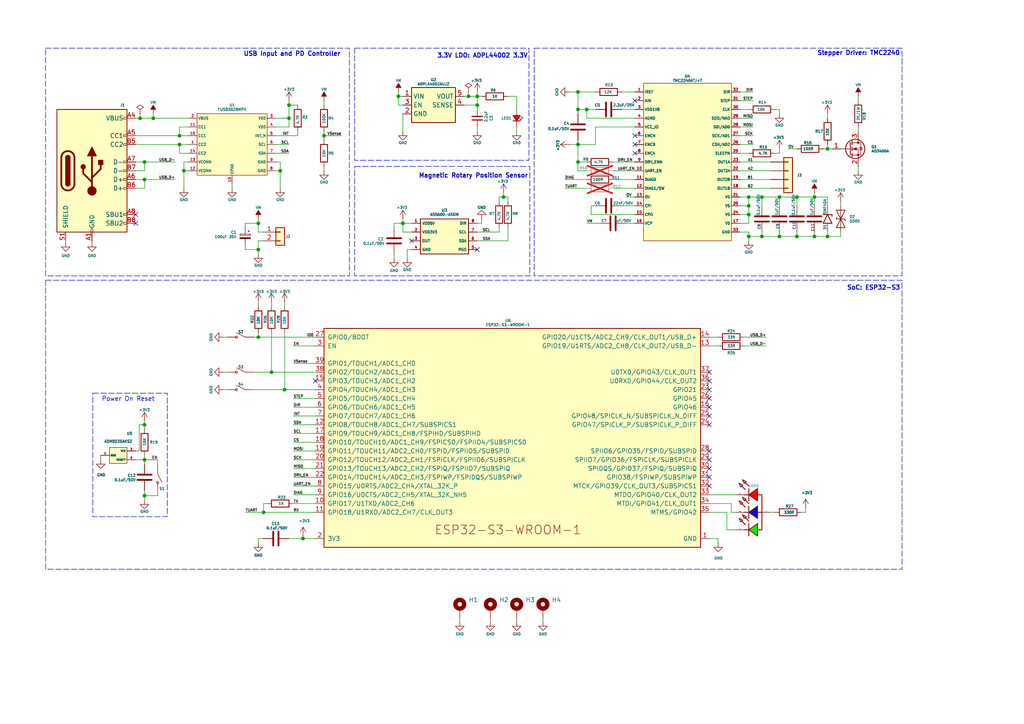
<source format=kicad_sch>
(kicad_sch (version 20250114) (generator "eeschema") (generator_version "9.0")
  (paper "A4")
  (rectangle (start 13.208 13.97) (end 101.346 80.01) (stroke (width 0) (type dash)))
  (rectangle (start 154.94 13.97) (end 261.62 80.01) (stroke (width 0) (type dash)))
  (rectangle (start 102.87 13.97) (end 153.416 46.482) (stroke (width 0) (type dash)))
  (rectangle (start 26.924 114.046) (end 48.514 149.86) (stroke (width 0) (type dash)))
  (rectangle (start 102.87 48.26) (end 153.67 80.01) (stroke (width 0) (type dash)))
  (rectangle (start 13.208 81.28) (end 261.62 165.1) (stroke (width 0) (type dash)))
  (text "3.3V LDO: ADPL44002 3.3V" (at 126.746 17.018 0) (effects (font (size 1.27 1.27) (thickness 0.254) (bold yes)) (justify left bottom)))
  (text "Power On Reset" (at 29.464 116.586 0) (effects (font (size 1.27 1.27)) (justify left bottom)))
  (text "Stepper Driver: TMC2240" (at 236.982 16.256 0) (effects (font (size 1.27 1.27) (thickness 0.254) (bold yes)) (justify left bottom)))
  (text "Magnetic Rotary Position Sensor" (at 121.412 51.816 0) (effects (font (size 1.27 1.27) (thickness 0.254) (bold yes)) (justify left bottom)))
  (text "SoC: ESP32-S3" (at 245.618 84.328 0) (effects (font (size 1.27 1.27) (thickness 0.254) (bold yes)) (justify left bottom)))
  (text "USB Input and PD Controller" (at 70.612 16.51 0) (effects (font (size 1.27 1.27) (thickness 0.254) (bold yes)) (justify left bottom)))
  (junction (at 167.64 26.67))
  (junction (at 217.17 59.69))
  (junction (at 74.93 64.77))
  (junction (at 220.98 68.58))
  (junction (at 167.64 31.75))
  (junction (at 226.06 68.58))
  (junction (at 74.93 97.79))
  (junction (at 76.454 148.59))
  (junction (at 83.82 34.29))
  (junction (at 53.34 49.53))
  (junction (at 87.884 156.21))
  (junction (at 52.07 39.37))
  (junction (at 81.28 49.53))
  (junction (at 217.17 68.58))
  (junction (at 146.05 57.15))
  (junction (at 236.22 68.58))
  (junction (at 41.91 46.99))
  (junction (at 138.43 30.48))
  (junction (at 41.91 52.07))
  (junction (at 52.07 41.91))
  (junction (at 41.91 133.35))
  (junction (at 41.91 143.764))
  (junction (at 167.64 46.99))
  (junction (at 220.98 57.15))
  (junction (at 93.98 39.37))
  (junction (at 226.06 57.15))
  (junction (at 217.17 62.23))
  (junction (at 231.14 57.15))
  (junction (at 167.64 41.91))
  (junction (at 231.14 68.58))
  (junction (at 217.17 57.15))
  (junction (at 170.18 31.75))
  (junction (at 115.57 27.94))
  (junction (at 116.84 64.77))
  (junction (at 82.55 113.03))
  (junction (at 240.03 68.58))
  (junction (at 41.91 123.19))
  (junction (at 240.03 43.18))
  (junction (at 138.43 27.94))
  (junction (at 74.93 72.39))
  (junction (at 78.74 107.95))
  (junction (at 44.45 34.29))
  (junction (at 236.22 57.15))
  (junction (at 135.89 27.94))
  (junction (at 83.82 30.48))
  (junction (at 40.64 34.29))
  (no_connect (at 205.74 107.95))
  (no_connect (at 39.37 64.77))
  (no_connect (at 205.74 135.89))
  (no_connect (at 205.74 123.19))
  (no_connect (at 205.74 113.03))
  (no_connect (at 205.74 130.81))
  (no_connect (at 91.44 110.49))
  (no_connect (at 205.74 140.97))
  (no_connect (at 184.15 39.37))
  (no_connect (at 184.15 29.21))
  (no_connect (at 205.74 115.57))
  (no_connect (at 184.15 44.45))
  (no_connect (at 184.15 41.91))
  (no_connect (at 205.74 138.43))
  (no_connect (at 205.74 133.35))
  (no_connect (at 205.74 118.11))
  (no_connect (at 138.43 72.39))
  (no_connect (at 119.38 69.85))
  (no_connect (at 205.74 120.65))
  (no_connect (at 39.37 62.23))
  (no_connect (at 205.74 110.49))
  (wire (pts (xy 226.06 31.75) (xy 224.79 31.75)))
  (wire (pts (xy 149.86 27.94) (xy 147.32 27.94)))
  (wire (pts (xy 41.91 123.19) (xy 41.91 124.46)))
  (wire (pts (xy 74.93 67.31) (xy 74.93 64.77)))
  (wire (pts (xy 52.07 39.37) (xy 54.61 39.37)))
  (wire (pts (xy 167.64 31.75) (xy 170.18 31.75)))
  (wire (pts (xy 82.55 113.03) (xy 91.44 113.03)))
  (wire (pts (xy 243.84 58.42) (xy 243.84 59.69)))
  (wire (pts (xy 167.64 26.67) (xy 167.64 31.75)))
  (wire (pts (xy 167.64 31.75) (xy 167.64 33.02)))
  (wire (pts (xy 66.04 97.79) (xy 64.77 97.79)))
  (wire (pts (xy 83.82 44.45) (xy 80.01 44.45)))
  (wire (pts (xy 52.07 41.91) (xy 54.61 41.91)))
  (wire (pts (xy 236.22 68.58) (xy 231.14 68.58)))
  (wire (pts (xy 133.35 180.34) (xy 133.35 179.07)))
  (wire (pts (xy 85.09 100.33) (xy 91.44 100.33)))
  (wire (pts (xy 205.74 97.79) (xy 208.28 97.79)))
  (wire (pts (xy 205.74 148.59) (xy 210.82 148.59)))
  (wire (pts (xy 81.28 46.99) (xy 81.28 49.53)))
  (wire (pts (xy 44.45 34.29) (xy 40.64 34.29)))
  (wire (pts (xy 85.09 135.89) (xy 91.44 135.89)))
  (wire (pts (xy 115.57 30.48) (xy 115.57 27.94)))
  (wire (pts (xy 71.12 148.59) (xy 76.454 148.59)))
  (wire (pts (xy 83.82 30.48) (xy 83.82 29.21)))
  (wire (pts (xy 170.18 49.53) (xy 167.64 49.53)))
  (wire (pts (xy 214.63 62.23) (xy 217.17 62.23)))
  (wire (pts (xy 149.86 31.75) (xy 149.86 27.94)))
  (wire (pts (xy 85.09 143.51) (xy 91.44 143.51)))
  (wire (pts (xy 41.91 133.35) (xy 45.72 133.35)))
  (wire (pts (xy 93.98 39.37) (xy 93.98 38.1)))
  (wire (pts (xy 144.78 67.31) (xy 144.78 66.04)))
  (wire (pts (xy 45.72 133.35) (xy 45.72 134.874)))
  (wire (pts (xy 85.09 125.73) (xy 91.44 125.73)))
  (wire (pts (xy 205.74 100.33) (xy 208.28 100.33)))
  (wire (pts (xy 138.43 26.67) (xy 138.43 27.94)))
  (wire (pts (xy 41.91 49.53) (xy 39.37 49.53)))
  (wire (pts (xy 134.62 30.48) (xy 138.43 30.48)))
  (wire (pts (xy 50.8 52.07) (xy 41.91 52.07)))
  (wire (pts (xy 172.72 59.69) (xy 171.45 59.69)))
  (wire (pts (xy 87.884 155.448) (xy 87.884 156.21)))
  (wire (pts (xy 205.74 156.21) (xy 208.28 156.21)))
  (wire (pts (xy 240.03 68.58) (xy 243.84 68.58)))
  (wire (pts (xy 170.18 64.77) (xy 173.99 64.77)))
  (wire (pts (xy 41.91 54.61) (xy 41.91 52.07)))
  (wire (pts (xy 78.74 96.52) (xy 78.74 107.95)))
  (wire (pts (xy 71.12 72.39) (xy 74.93 72.39)))
  (wire (pts (xy 223.52 52.07) (xy 214.63 52.07)))
  (wire (pts (xy 93.98 39.37) (xy 99.06 39.37)))
  (wire (pts (xy 74.93 96.52) (xy 74.93 97.79)))
  (wire (pts (xy 73.66 97.79) (xy 74.93 97.79)))
  (wire (pts (xy 224.79 148.59) (xy 223.52 148.59)))
  (wire (pts (xy 217.17 67.31) (xy 217.17 68.58)))
  (wire (pts (xy 180.34 59.69) (xy 184.15 59.69)))
  (wire (pts (xy 224.79 44.45) (xy 226.06 44.45)))
  (wire (pts (xy 180.34 26.67) (xy 184.15 26.67)))
  (wire (pts (xy 248.92 49.53) (xy 248.92 48.26)))
  (wire (pts (xy 41.91 122.174) (xy 41.91 123.19)))
  (wire (pts (xy 144.78 57.15) (xy 146.05 57.15)))
  (wire (pts (xy 41.91 142.24) (xy 41.91 143.764)))
  (wire (pts (xy 248.92 36.83) (xy 248.92 38.1)))
  (wire (pts (xy 26.67 69.85) (xy 26.67 70.358)))
  (wire (pts (xy 226.06 67.31) (xy 226.06 68.58)))
  (wire (pts (xy 85.09 123.19) (xy 91.44 123.19)))
  (wire (pts (xy 54.61 46.99) (xy 53.34 46.99)))
  (wire (pts (xy 74.93 87.63) (xy 74.93 88.9)))
  (wire (pts (xy 240.03 43.18) (xy 241.3 43.18)))
  (wire (pts (xy 80.01 49.53) (xy 81.28 49.53)))
  (wire (pts (xy 83.82 41.91) (xy 80.01 41.91)))
  (wire (pts (xy 85.09 120.65) (xy 91.44 120.65)))
  (wire (pts (xy 177.8 46.99) (xy 184.15 46.99)))
  (wire (pts (xy 217.17 59.69) (xy 217.17 62.23)))
  (wire (pts (xy 238.76 43.18) (xy 240.03 43.18)))
  (wire (pts (xy 114.3 74.93) (xy 114.3 73.66)))
  (wire (pts (xy 85.09 128.27) (xy 91.44 128.27)))
  (wire (pts (xy 217.17 68.58) (xy 217.17 69.85)))
  (wire (pts (xy 218.44 41.91) (xy 214.63 41.91)))
  (wire (pts (xy 39.37 39.37) (xy 52.07 39.37)))
  (wire (pts (xy 138.43 67.31) (xy 144.78 67.31)))
  (wire (pts (xy 138.43 27.94) (xy 139.7 27.94)))
  (wire (pts (xy 82.55 87.63) (xy 82.55 88.9)))
  (wire (pts (xy 85.09 115.57) (xy 91.44 115.57)))
  (wire (pts (xy 220.98 68.58) (xy 217.17 68.58)))
  (wire (pts (xy 116.84 64.77) (xy 116.84 63.5)))
  (wire (pts (xy 240.03 59.69) (xy 240.03 57.15)))
  (wire (pts (xy 83.82 34.29) (xy 83.82 30.48)))
  (wire (pts (xy 184.15 34.29) (xy 170.18 34.29)))
  (wire (pts (xy 41.91 123.19) (xy 40.386 123.19)))
  (wire (pts (xy 85.09 140.97) (xy 91.44 140.97)))
  (wire (pts (xy 85.09 133.35) (xy 91.44 133.35)))
  (wire (pts (xy 171.45 62.23) (xy 184.15 62.23)))
  (wire (pts (xy 52.07 36.83) (xy 52.07 39.37)))
  (wire (pts (xy 147.32 69.85) (xy 147.32 66.04)))
  (wire (pts (xy 212.09 148.59) (xy 213.36 148.59)))
  (wire (pts (xy 83.82 36.83) (xy 83.82 34.29)))
  (wire (pts (xy 177.8 52.07) (xy 184.15 52.07)))
  (wire (pts (xy 240.03 68.58) (xy 236.22 68.58)))
  (wire (pts (xy 214.63 54.61) (xy 223.52 54.61)))
  (wire (pts (xy 119.38 67.31) (xy 116.84 67.31)))
  (wire (pts (xy 170.18 31.75) (xy 172.72 31.75)))
  (wire (pts (xy 118.11 72.39) (xy 118.11 74.93)))
  (wire (pts (xy 29.21 133.35) (xy 29.21 132.08)))
  (wire (pts (xy 170.18 34.29) (xy 170.18 31.75)))
  (wire (pts (xy 165.1 26.67) (xy 167.64 26.67)))
  (wire (pts (xy 74.93 156.21) (xy 76.2 156.21)))
  (wire (pts (xy 54.61 36.83) (xy 52.07 36.83)))
  (wire (pts (xy 41.91 133.35) (xy 41.91 134.62)))
  (wire (pts (xy 39.37 133.35) (xy 41.91 133.35)))
  (wire (pts (xy 142.24 180.34) (xy 142.24 179.07)))
  (wire (pts (xy 228.6 43.18) (xy 231.14 43.18)))
  (wire (pts (xy 167.64 41.91) (xy 167.64 40.64)))
  (wire (pts (xy 236.22 59.69) (xy 236.22 57.15)))
  (wire (pts (xy 208.28 157.48) (xy 208.28 156.21)))
  (wire (pts (xy 41.91 132.08) (xy 41.91 133.35)))
  (wire (pts (xy 248.92 29.21) (xy 248.92 27.94)))
  (wire (pts (xy 52.07 44.45) (xy 52.07 41.91)))
  (wire (pts (xy 214.63 67.31) (xy 217.17 67.31)))
  (wire (pts (xy 85.09 138.43) (xy 91.44 138.43)))
  (wire (pts (xy 240.03 57.15) (xy 236.22 57.15)))
  (wire (pts (xy 220.98 57.15) (xy 226.06 57.15)))
  (wire (pts (xy 53.34 49.53) (xy 53.34 54.61)))
  (wire (pts (xy 146.05 57.15) (xy 147.32 57.15)))
  (wire (pts (xy 85.09 146.05) (xy 91.44 146.05)))
  (wire (pts (xy 170.18 46.99) (xy 167.64 46.99)))
  (wire (pts (xy 214.63 64.77) (xy 217.17 64.77)))
  (wire (pts (xy 39.37 34.29) (xy 40.64 34.29)))
  (wire (pts (xy 80.01 36.83) (xy 83.82 36.83)))
  (wire (pts (xy 231.14 57.15) (xy 226.06 57.15)))
  (wire (pts (xy 87.884 156.21) (xy 91.44 156.21)))
  (wire (pts (xy 71.12 64.77) (xy 74.93 64.77)))
  (wire (pts (xy 144.78 58.42) (xy 144.78 57.15)))
  (wire (pts (xy 114.3 64.77) (xy 116.84 64.77)))
  (wire (pts (xy 210.82 148.59) (xy 210.82 153.67)))
  (wire (pts (xy 181.61 64.77) (xy 184.15 64.77)))
  (wire (pts (xy 231.14 67.31) (xy 231.14 68.58)))
  (wire (pts (xy 172.72 41.91) (xy 167.64 41.91)))
  (wire (pts (xy 138.43 30.48) (xy 138.43 31.75)))
  (wire (pts (xy 85.09 118.11) (xy 91.44 118.11)))
  (wire (pts (xy 184.15 36.83) (xy 172.72 36.83)))
  (wire (pts (xy 74.93 64.77) (xy 74.93 63.5)))
  (wire (pts (xy 172.72 36.83) (xy 172.72 41.91)))
  (wire (pts (xy 205.74 143.51) (xy 213.36 143.51)))
  (wire (pts (xy 180.34 31.75) (xy 184.15 31.75)))
  (wire (pts (xy 71.12 71.12) (xy 71.12 72.39)))
  (wire (pts (xy 177.8 54.61) (xy 184.15 54.61)))
  (wire (pts (xy 240.03 33.02) (xy 240.03 34.29)))
  (wire (pts (xy 19.05 70.358) (xy 19.05 69.85)))
  (wire (pts (xy 138.43 30.48) (xy 138.43 27.94)))
  (wire (pts (xy 171.45 59.69) (xy 171.45 62.23)))
  (wire (pts (xy 85.09 130.81) (xy 91.44 130.81)))
  (wire (pts (xy 218.44 36.83) (xy 214.63 36.83)))
  (wire (pts (xy 139.7 64.77) (xy 139.7 63.5)))
  (wire (pts (xy 74.93 156.21) (xy 74.93 157.48)))
  (wire (pts (xy 217.17 62.23) (xy 217.17 64.77)))
  (wire (pts (xy 226.06 57.15) (xy 226.06 59.69)))
  (wire (pts (xy 81.28 49.53) (xy 81.28 54.61)))
  (wire (pts (xy 45.72 142.494) (xy 45.72 143.764)))
  (wire (pts (xy 243.84 68.58) (xy 243.84 67.31)))
  (wire (pts (xy 149.86 180.34) (xy 149.86 179.07)))
  (wire (pts (xy 163.83 52.07) (xy 170.18 52.07)))
  (wire (pts (xy 53.34 46.99) (xy 53.34 49.53)))
  (wire (pts (xy 163.83 54.61) (xy 170.18 54.61)))
  (wire (pts (xy 44.45 34.29) (xy 54.61 34.29)))
  (wire (pts (xy 86.36 39.37) (xy 80.01 39.37)))
  (wire (pts (xy 223.52 49.53) (xy 214.63 49.53)))
  (wire (pts (xy 231.14 68.58) (xy 226.06 68.58)))
  (wire (pts (xy 181.61 57.15) (xy 184.15 57.15)))
  (wire (pts (xy 85.09 105.41) (xy 91.44 105.41)))
  (wire (pts (xy 226.06 33.02) (xy 226.06 31.75)))
  (wire (pts (xy 231.14 57.15) (xy 231.14 59.69)))
  (wire (pts (xy 54.61 44.45) (xy 52.07 44.45)))
  (wire (pts (xy 226.06 68.58) (xy 220.98 68.58)))
  (wire (pts (xy 138.43 64.77) (xy 139.7 64.77)))
  (wire (pts (xy 41.91 46.99) (xy 50.8 46.99)))
  (wire (pts (xy 167.64 49.53) (xy 167.64 46.99)))
  (wire (pts (xy 66.04 113.03) (xy 64.77 113.03)))
  (wire (pts (xy 41.91 52.07) (xy 39.37 52.07)))
  (wire (pts (xy 73.66 107.95) (xy 78.74 107.95)))
  (wire (pts (xy 212.09 148.59) (xy 212.09 146.05)))
  (wire (pts (xy 147.32 58.42) (xy 147.32 57.15)))
  (wire (pts (xy 217.17 31.75) (xy 214.63 31.75)))
  (wire (pts (xy 215.9 100.33) (xy 222.25 100.33)))
  (wire (pts (xy 40.386 123.19) (xy 40.386 130.81)))
  (wire (pts (xy 240.03 41.91) (xy 240.03 43.18)))
  (wire (pts (xy 44.45 33.02) (xy 44.45 34.29)))
  (wire (pts (xy 218.44 34.29) (xy 214.63 34.29)))
  (wire (pts (xy 236.22 67.31) (xy 236.22 68.58)))
  (wire (pts (xy 80.01 34.29) (xy 83.82 34.29)))
  (wire (pts (xy 135.89 27.94) (xy 135.89 26.67)))
  (wire (pts (xy 67.31 54.61) (xy 67.31 53.34)))
  (wire (pts (xy 236.22 55.88) (xy 236.22 57.15)))
  (wire (pts (xy 116.84 30.48) (xy 115.57 30.48)))
  (wire (pts (xy 93.98 40.64) (xy 93.98 39.37)))
  (wire (pts (xy 39.37 130.81) (xy 40.386 130.81)))
  (wire (pts (xy 74.93 72.39) (xy 74.93 73.66)))
  (wire (pts (xy 165.1 41.91) (xy 167.64 41.91)))
  (wire (pts (xy 80.01 46.99) (xy 81.28 46.99)))
  (wire (pts (xy 78.74 107.95) (xy 91.44 107.95)))
  (wire (pts (xy 78.74 87.63) (xy 78.74 88.9)))
  (wire (pts (xy 177.8 49.53) (xy 184.15 49.53)))
  (wire (pts (xy 93.98 49.53) (xy 93.98 48.26)))
  (wire (pts (xy 76.2 69.85) (xy 74.93 69.85)))
  (wire (pts (xy 39.37 41.91) (xy 52.07 41.91)))
  (wire (pts (xy 116.84 67.31) (xy 116.84 64.77)))
  (wire (pts (xy 83.82 30.48) (xy 86.36 30.48)))
  (wire (pts (xy 77.47 146.05) (xy 76.454 146.05)))
  (wire (pts (xy 40.64 33.02) (xy 40.64 34.29)))
  (wire (pts (xy 45.72 143.764) (xy 41.91 143.764)))
  (wire (pts (xy 167.64 26.67) (xy 172.72 26.67)))
  (wire (pts (xy 218.44 26.67) (xy 214.63 26.67)))
  (wire (pts (xy 218.44 39.37) (xy 214.63 39.37)))
  (wire (pts (xy 135.89 27.94) (xy 138.43 27.94)))
  (wire (pts (xy 146.05 57.15) (xy 146.05 55.88)))
  (wire (pts (xy 86.36 38.1) (xy 86.36 39.37)))
  (wire (pts (xy 71.12 66.04) (xy 71.12 64.77)))
  (wire (pts (xy 215.9 97.79) (xy 222.25 97.79)))
  (wire (pts (xy 149.86 36.83) (xy 149.86 38.1)))
  (wire (pts (xy 218.44 29.21) (xy 214.63 29.21)))
  (wire (pts (xy 135.89 27.94) (xy 134.62 27.94)))
  (wire (pts (xy 138.43 69.85) (xy 147.32 69.85)))
  (wire (pts (xy 53.34 49.53) (xy 54.61 49.53)))
  (wire (pts (xy 66.04 107.95) (xy 64.77 107.95)))
  (wire (pts (xy 116.84 64.77) (xy 119.38 64.77)))
  (wire (pts (xy 217.17 57.15) (xy 217.17 59.69)))
  (wire (pts (xy 76.454 146.05) (xy 76.454 148.59)))
  (wire (pts (xy 74.93 97.79) (xy 91.44 97.79)))
  (wire (pts (xy 220.98 67.31) (xy 220.98 68.58)))
  (wire (pts (xy 157.48 180.34) (xy 157.48 179.07)))
  (wire (pts (xy 83.82 156.21) (xy 87.884 156.21)))
  (wire (pts (xy 233.68 148.59) (xy 232.41 148.59)))
  (wire (pts (xy 39.37 54.61) (xy 41.91 54.61)))
  (wire (pts (xy 210.82 153.67) (xy 213.36 153.67)))
  (wire (pts (xy 240.03 67.31) (xy 240.03 68.58)))
  (wire (pts (xy 76.2 67.31) (xy 74.93 67.31)))
  (wire (pts (xy 205.74 146.05) (xy 212.09 146.05)))
  (wire (pts (xy 223.52 46.99) (xy 214.63 46.99)))
  (wire (pts (xy 236.22 57.15) (xy 231.14 57.15)))
  (wire (pts (xy 115.57 27.94) (xy 116.84 27.94)))
  (wire (pts (xy 214.63 57.15) (xy 217.17 57.15)))
  (wire (pts (xy 138.43 36.83) (xy 138.43 38.1)))
  (wire (pts (xy 226.06 44.45) (xy 226.06 43.18)))
  (wire (pts (xy 73.66 113.03) (xy 82.55 113.03)))
  (wire (pts (xy 217.17 44.45) (xy 214.63 44.45)))
  (wire (pts (xy 82.55 96.52) (xy 82.55 113.03)))
  (wire (pts (xy 39.37 46.99) (xy 41.91 46.99)))
  (wire (pts (xy 115.57 26.67) (xy 115.57 27.94)))
  (wire (pts (xy 220.98 57.15) (xy 220.98 59.69)))
  (wire (pts (xy 41.91 46.99) (xy 41.91 49.53)))
  (wire (pts (xy 74.93 69.85) (xy 74.93 72.39)))
  (wire (pts (xy 119.38 72.39) (xy 118.11 72.39)))
  (wire (pts (xy 93.98 30.48) (xy 93.98 29.21)))
  (wire (pts (xy 167.64 46.99) (xy 167.64 41.91)))
  (wire (pts (xy 41.91 143.764) (xy 41.91 145.034)))
  (wire (pts (xy 76.454 148.59) (xy 91.44 148.59)))
  (wire (pts (xy 116.84 33.02) (xy 116.84 38.1)))
  (wire (pts (xy 114.3 66.04) (xy 114.3 64.77)))
  (wire (pts (xy 214.63 59.69) (xy 217.17 59.69)))
  (wire (pts (xy 233.68 147.32) (xy 233.68 148.59)))
  (wire (pts (xy 220.98 57.15) (xy 217.17 57.15)))
  (label "DIAG" (at 163.83 52.07 0) (effects (font (size 0.762 0.762))))
  (label "DIR" (at 218.44 26.67 180) (effects (font (size 0.762 0.762))))
  (label "A1" (at 218.44 46.99 180) (effects (font (size 0.762 0.762))))
  (label "MOSI" (at 218.44 36.83 180) (effects (font (size 0.762 0.762))))
  (label "DIR" (at 85.09 118.11 0) (effects (font (size 0.762 0.762))))
  (label "VSense" (at 99.06 39.37 180) (effects (font (size 0.762 0.762))))
  (label "B1" (at 218.44 52.07 180) (effects (font (size 0.762 0.762))))
  (label "SDA" (at 142.24 69.85 180) (effects (font (size 0.762 0.762))))
  (label "STEP" (at 218.44 29.21 180) (effects (font (size 0.762 0.762))))
  (label "MOSI" (at 85.09 130.81 0) (effects (font (size 0.762 0.762))))
  (label "TUART" (at 163.83 54.61 0) (effects (font (size 0.762 0.762))))
  (label "STEP" (at 85.09 115.57 0) (effects (font (size 0.762 0.762))))
  (label "INT" (at 85.09 120.65 0) (effects (font (size 0.762 0.762))))
  (label "UART_EN" (at 179.07 49.53 0) (effects (font (size 0.762 0.762))))
  (label "SCL" (at 85.09 125.73 0) (effects (font (size 0.762 0.762))))
  (label "OV" (at 228.6 43.18 0) (effects (font (size 0.762 0.762))))
  (label "SCK" (at 218.44 39.37 180) (effects (font (size 0.762 0.762))))
  (label "DRV_EN" (at 85.09 138.43 0) (effects (font (size 0.762 0.762))))
  (label "MISO" (at 218.44 34.29 180) (effects (font (size 0.762 0.762))))
  (label "EN" (at 85.09 100.33 0) (effects (font (size 0.762 0.762))))
  (label "USB_D-" (at 50.8 46.99 180) (effects (font (size 0.762 0.762))))
  (label "B2" (at 218.44 54.61 180) (effects (font (size 0.762 0.762))))
  (label "USB_D-" (at 222.25 100.33 180) (effects (font (size 0.762 0.762))))
  (label "CS" (at 218.44 41.91 180) (effects (font (size 0.762 0.762))))
  (label "DRV_EN" (at 179.07 46.99 0) (effects (font (size 0.762 0.762))))
  (label "IO0" (at 88.9 97.79 0) (effects (font (size 0.762 0.762))))
  (label "SCL" (at 83.82 41.91 180) (effects (font (size 0.762 0.762))))
  (label "MISO" (at 85.09 135.89 0) (effects (font (size 0.762 0.762))))
  (label "SDA" (at 85.09 123.19 0) (effects (font (size 0.762 0.762))))
  (label "SCK" (at 85.09 133.35 0) (effects (font (size 0.762 0.762))))
  (label "SDA" (at 83.82 44.45 180) (effects (font (size 0.762 0.762))))
  (label "SCL" (at 142.24 67.31 180) (effects (font (size 0.762 0.762))))
  (label "USB_D+" (at 50.8 52.07 180) (effects (font (size 0.762 0.762))))
  (label "VM" (at 170.18 64.77 0) (effects (font (size 0.762 0.762))))
  (label "TX" (at 85.09 146.05 0) (effects (font (size 0.762 0.762))))
  (label "TUART" (at 71.12 148.59 0) (effects (font (size 0.762 0.762))))
  (label "VSense" (at 85.09 105.41 0) (effects (font (size 0.762 0.762))))
  (label "UART_EN" (at 85.09 140.97 0) (effects (font (size 0.762 0.762))))
  (label "A2" (at 218.44 49.53 180) (effects (font (size 0.762 0.762))))
  (label "OV" (at 181.61 57.15 0) (effects (font (size 0.762 0.762))))
  (label "EN" (at 45.72 133.35 180) (effects (font (size 0.762 0.762))))
  (label "CS" (at 85.09 128.27 0) (effects (font (size 0.762 0.762))))
  (label "RX" (at 85.09 148.59 0) (effects (font (size 0.762 0.762))))
  (label "USB_D+" (at 222.25 97.79 180) (effects (font (size 0.762 0.762))))
  (label "INT" (at 83.82 39.37 180) (effects (font (size 0.762 0.762))))
  (label "DIAG" (at 85.09 143.51 0) (effects (font (size 0.762 0.762))))
  (symbol (lib_id "Device:C") (at 177.8 64.77 90) (mirror x) (unit 1)
    (property "Reference" "C7" (at 176.022 64.008 90) (effects (font (size 0.762 0.762)) (justify left)))
    (property "Value" "1uF/50V" (at 183.134 64.008 90) (effects (font (size 0.762 0.762)) (justify left)))
    (property "Footprint" "Capacitor_SMD:C_0603_1608Metric" (effects (hide yes)))
    (property "DigiKey Part Number" "490-6328-1-ND" (effects (hide yes)))
    (property "DigiKey Link" "https://www.digikey.in/en/products/detail/murata-electronics/GRM155R71C104KA88J/2610892" (effects (hide yes)))
    (property "Manufacturer" "Murata Electronics" (effects (hide yes)))
    (property "Manufacturer Product Number" "GRM155R71C104KA88J" (effects (hide yes)))
  )
  (symbol (lib_id "power:GND") (at 165.1 26.67 270) (unit 1)
    (property "Reference" "#PWR0129" (effects (hide yes)))
    (property "Value" "GND" (at 161.544 26.67 0) (effects (font (size 0.762 0.762))))
  )
  (symbol (lib_id "Device:R") (at 147.32 62.23 0) (mirror x) (unit 1)
    (property "Reference" "R8" (at 148.59 61.976 0) (effects (font (size 0.762 0.762)) (justify left)))
    (property "Value" "4.7K" (at 147.32 61.214 90) (effects (font (size 0.762 0.762)) (justify left)))
    (property "Footprint" "Resistor_SMD:R_0603_1608Metric" (effects (hide yes)))
    (property "DigiKey Part Number" "P10.0KHCT-ND" (effects (hide yes)))
    (property "DigiKey Link" "https://www.digikey.in/en/products/detail/panasonic-electronic-components/ERJ-3EKF1002V/196066" (effects (hide yes)))
    (property "Manufacturer" "Panasonic Electronic Components" (effects (hide yes)))
    (property "Manufacturer Product Number" "ERJ-3EKF1002V" (effects (hide yes)))
  )
  (symbol (lib_id "Device:LED_Small") (at 149.86 34.29 270) (mirror x) (unit 1)
    (property "Reference" "LED1" (at 148.336 34.29 90) (effects (font (size 0.762 0.762)) (justify right)))
    (property "Value" "LED_Small" (effects (hide yes)))
    (property "Footprint" "LED_SMD:LED_0603_1608Metric" (effects (hide yes)))
    (property "Description" "Light emitting diode, small symbol" (effects (hide yes)))
    (property "Sim.Pin" "1=K 2=A" (effects (hide yes)))
  )
  (symbol (lib_id "power:GND") (at 248.92 49.53 0) (unit 1)
    (property "Reference" "#PWR0128" (effects (hide yes)))
    (property "Value" "GND" (at 248.92 52.832 0) (effects (font (size 0.762 0.762))))
  )
  (symbol (lib_id "power:GND") (at 26.67 70.358 0) (unit 1)
    (property "Reference" "#PWR0122" (effects (hide yes)))
    (property "Value" "GND" (at 26.67 74.168 0) (effects (font (size 0.762 0.762))))
  )
  (symbol (lib_id "Device:R") (at 173.99 46.99 90) (unit 1)
    (property "Reference" "R9" (at 170.688 46.228 90) (effects (font (size 0.762 0.762)) (justify left)))
    (property "Value" "4.7K" (at 175.006 46.99 90) (effects (font (size 0.762 0.762)) (justify left)))
    (property "Footprint" "Resistor_SMD:R_0603_1608Metric" (effects (hide yes)))
    (property "DigiKey Part Number" "P10.0KHCT-ND" (effects (hide yes)))
    (property "DigiKey Link" "https://www.digikey.in/en/products/detail/panasonic-electronic-components/ERJ-3EKF1002V/196066" (effects (hide yes)))
    (property "Manufacturer" "Panasonic Electronic Components" (effects (hide yes)))
    (property "Manufacturer Product Number" "ERJ-3EKF1002V" (effects (hide yes)))
  )
  (symbol (lib_id "power:GND") (at 81.28 54.61 0) (unit 1)
    (property "Reference" "#PWR0116" (effects (hide yes)))
    (property "Value" "GND" (at 81.28 57.912 0) (effects (font (size 0.762 0.762))))
  )
  (symbol (lib_id "power:GND") (at 74.93 73.66 0) (unit 1)
    (property "Reference" "#PWR0119" (effects (hide yes)))
    (property "Value" "GND" (at 74.93 76.962 0) (effects (font (size 0.762 0.762))))
  )
  (symbol (lib_id "power:GND") (at 226.06 33.02 0) (unit 1)
    (property "Reference" "#PWR0125" (effects (hide yes)))
    (property "Value" "GND" (at 226.06 36.322 0) (effects (font (size 0.762 0.762))))
  )
  (symbol (lib_id "Espressif:ESP32-S3-WROOM-1") (at 147.32 128.27 0) (unit 1)
    (property "Reference" "U6" (at 147.32 92.964 0) (effects (font (size 0.762 0.762))))
    (property "Value" "ESP32-S3-WROOM-1" (at 147.32 94.234 0) (effects (font (size 0.762 0.762))))
    (property "Footprint" "Espressif:ESP32-S3-WROOM-1U" (effects (hide yes)))
    (property "Datasheet" "https://www.espressif.com/sites/default/files/documentation/esp32-s3-wroom-1_wroom-1u_datasheet_en.pdf" (effects (hide yes)))
    (property "DigiKey Part Number" "1965-ESP32-S3-WROOM-1-N16R8CT-ND" (effects (hide yes)))
    (property "DigiKey Link" "https://www.digikey.in/en/products/detail/espressif-systems/ESP32-S3-WROOM-1-N16R8/16162642" (effects (hide yes)))
    (property "Manufacturer" "Espressif Systems" (effects (hide yes)))
    (property "Manufacturer Product Number" "ESP32-S3-WROOM-1-N16R8" (effects (hide yes)))
  )
  (symbol (lib_id "Device:C") (at 80.01 156.21 270) (mirror x) (unit 1)
    (property "Reference" "C13" (at 78.74 151.892 90) (effects (font (size 0.762 0.762)) (justify left)))
    (property "Value" "0.1uF/50V" (at 77.216 153.162 90) (effects (font (size 0.762 0.762)) (justify left)))
    (property "Footprint" "Capacitor_SMD:C_0603_1608Metric" (effects (hide yes)))
    (property "DigiKey Part Number" "490-6328-1-ND" (effects (hide yes)))
    (property "DigiKey Link" "https://www.digikey.in/en/products/detail/murata-electronics/GRM155R71C104KA88J/2610892" (effects (hide yes)))
    (property "Manufacturer" "Murata Electronics" (effects (hide yes)))
    (property "Manufacturer Product Number" "GRM155R71C104KA88J" (effects (hide yes)))
  )
  (symbol (lib_id "Device:R") (at 81.28 146.05 270) (mirror x) (unit 1)
    (property "Reference" "R23" (at 80.518 144.272 90) (effects (font (size 0.762 0.762)) (justify left)))
    (property "Value" "1K" (at 80.772 146.05 90) (effects (font (size 0.762 0.762)) (justify left)))
    (property "Footprint" "Resistor_SMD:R_0603_1608Metric" (effects (hide yes)))
    (property "DigiKey Part Number" "P10.0KHCT-ND" (effects (hide yes)))
    (property "DigiKey Link" "https://www.digikey.in/en/products/detail/panasonic-electronic-components/ERJ-3EKF1002V/196066" (effects (hide yes)))
    (property "Manufacturer" "Panasonic Electronic Components" (effects (hide yes)))
    (property "Manufacturer Product Number" "ERJ-3EKF1002V" (effects (hide yes)))
  )
  (symbol (lib_id "EVQ-P7A01P:EVQ-P7A01P") (at 68.58 113.03 0) (mirror y) (unit 1)
    (property "Reference" "S4" (at 69.85 111.506 0) (effects (font (size 0.762 0.762))))
    (property "Value" "EVQ-P7A01P" (effects (hide yes)))
    (property "Footprint" "EVQ_P7A01P:SW_EVQ-P7A01P" (effects (hide yes)))
    (property "PARTREV" "2022.4" (effects (hide yes)))
    (property "STANDARD" "Manufacturer Recommendations" (effects (hide yes)))
    (property "MAXIMUM_PACKAGE_HEIGHT" "1.35mm" (effects (hide yes)))
    (property "MANUFACTURER" "Panasonic Electronic Components" (effects (hide yes)))
  )
  (symbol (lib_id "Diode:SD05_SOD323") (at 243.84 63.5 270) (unit 1)
    (property "Reference" "D2" (at 246.38 62.865 90) (effects (font (size 0.762 0.762)) (justify left)))
    (property "Value" "SD05" (at 246.38 64.135 90) (effects (font (size 0.762 0.762)) (justify left)))
    (property "Footprint" "Diode_SMD:D_SOD-323" (effects (hide yes)))
    (property "Datasheet" "https://www.littelfuse.com/~/media/electronics/datasheets/tvs_diode_arrays/littelfuse_tvs_diode_array_sd_c_datasheet.pdf.pdf" (effects (hide yes)))
    (property "Description" "5V, 450W Discrete Bidirectional TVS Diode, SOD-323" (effects (hide yes)))
  )
  (symbol (lib_id "power:+3V3") (at 83.82 29.21 0) (unit 1)
    (property "Reference" "#PWR0101" (effects (hide yes)))
    (property "Value" "+3V3" (at 83.82 25.908 0) (effects (font (size 0.762 0.762))))
  )
  (symbol (lib_id "Device:R") (at 220.98 31.75 90) (unit 1)
    (property "Reference" "R14" (at 222.25 29.718 90) (effects (font (size 0.762 0.762)) (justify left)))
    (property "Value" "10K" (at 221.996 31.75 90) (effects (font (size 0.762 0.762)) (justify left)))
    (property "Footprint" "Resistor_SMD:R_0603_1608Metric" (effects (hide yes)))
    (property "DigiKey Part Number" "P10.0KHCT-ND" (effects (hide yes)))
    (property "DigiKey Link" "https://www.digikey.in/en/products/detail/panasonic-electronic-components/ERJ-3EKF1002V/196066" (effects (hide yes)))
    (property "Manufacturer" "Panasonic Electronic Components" (effects (hide yes)))
    (property "Manufacturer Product Number" "ERJ-3EKF1002V" (effects (hide yes)))
  )
  (symbol (lib_id "power:VS") (at 74.93 63.5 0) (unit 1)
    (property "Reference" "#PWR0113" (effects (hide yes)))
    (property "Value" "VM" (at 74.93 60.198 0) (effects (font (size 0.762 0.762))))
    (property "Description" "Power symbol creates a global label with name \"VS\"" (effects (hide yes)))
  )
  (symbol (lib_id "power:+3V3") (at 165.1 41.91 90) (unit 1)
    (property "Reference" "#PWR0132" (effects (hide yes)))
    (property "Value" "+3V3" (at 161.798 42.164 0) (effects (font (size 0.762 0.762))))
  )
  (symbol (lib_id "power:GND") (at 118.11 74.93 0) (unit 1)
    (property "Reference" "#PWR0110" (effects (hide yes)))
    (property "Value" "GND" (at 118.11 78.232 0) (effects (font (size 0.762 0.762))))
  )
  (symbol (lib_id "power:GND") (at 142.24 180.34 0) (unit 1)
    (property "Reference" "#PWR0144" (effects (hide yes)))
    (property "Value" "GND" (at 142.24 183.896 0) (effects (font (size 0.762 0.762))))
  )
  (symbol (lib_id "Connector_Generic:Conn_01x02") (at 81.28 67.31 0) (unit 1)
    (property "Reference" "J2" (at 82.804 68.58 0) (effects (font (size 0.762 0.762)) (justify left)))
    (property "Value" "Conn_01x02" (effects (hide yes)))
    (property "Footprint" "Connector_PinHeader_2.54mm:PinHeader_1x02_P2.54mm_Vertical" (effects (hide yes)))
    (property "Description" "Generic connector, single row, 01x02, script generated (kicad-library-utils/schlib/autogen/connector/)" (effects (hide yes)))
  )
  (symbol (lib_id "power:GND") (at 74.93 157.48 0) (unit 1)
    (property "Reference" "#PWR0142" (effects (hide yes)))
    (property "Value" "GND" (at 74.93 161.036 0) (effects (font (size 0.762 0.762))))
  )
  (symbol (lib_id "power:GND") (at 41.91 145.034 0) (unit 1)
    (property "Reference" "#PWR0138" (effects (hide yes)))
    (property "Value" "GND" (at 41.91 148.336 0) (effects (font (size 0.762 0.762))))
  )
  (symbol (lib_id "Device:R") (at 212.09 97.79 270) (unit 1)
    (property "Reference" "R24" (at 212.09 96.012 90) (effects (font (size 0.762 0.762))))
    (property "Value" "33R" (at 212.09 97.79 90) (effects (font (size 0.762 0.762))))
    (property "Footprint" "Resistor_SMD:R_0603_1608Metric" (effects (hide yes)))
    (property "DigiKey Part Number" "P17467CT-ND" (effects (hide yes)))
    (property "DigiKey Link" "https://www.digikey.in/en/products/detail/panasonic-electronic-components/ERJ-3BWFR033V/5647500" (effects (hide yes)))
    (property "Manufacturer" "Panasonic Electronic Components" (effects (hide yes)))
    (property "Manufacturer Product Number" "ERJ-3BWFR033V" (effects (hide yes)))
  )
  (symbol (lib_id "power:+3V3") (at 41.91 122.174 0) (unit 1)
    (property "Reference" "#PWR0133" (effects (hide yes)))
    (property "Value" "+3V3" (at 41.91 118.872 0) (effects (font (size 0.762 0.762))))
  )
  (symbol (lib_id "Device:C_Small") (at 138.43 34.29 0) (mirror x) (unit 1)
    (property "Reference" "C3" (at 142.494 34.29 90) (effects (font (size 0.762 0.762))))
    (property "Value" "2.2uF" (at 140.97 33.782 90) (effects (font (size 0.762 0.762))))
    (property "Footprint" "Capacitor_SMD:C_0603_1608Metric" (effects (hide yes)))
    (property "Description" "Unpolarized capacitor, small symbol" (effects (hide yes)))
  )
  (symbol (lib_id "Device:R") (at 78.74 92.71 180) (unit 1)
    (property "Reference" "R26" (at 76.962 91.44 90) (effects (font (size 0.762 0.762)) (justify left)))
    (property "Value" "10K" (at 78.74 91.694 90) (effects (font (size 0.762 0.762)) (justify left)))
    (property "Footprint" "Resistor_SMD:R_0603_1608Metric" (effects (hide yes)))
    (property "DigiKey Part Number" "P10.0KHCT-ND" (effects (hide yes)))
    (property "DigiKey Link" "https://www.digikey.in/en/products/detail/panasonic-electronic-components/ERJ-3EKF1002V/196066" (effects (hide yes)))
    (property "Manufacturer" "Panasonic Electronic Components" (effects (hide yes)))
    (property "Manufacturer Product Number" "ERJ-3EKF1002V" (effects (hide yes)))
  )
  (symbol (lib_id "power:GND") (at 19.05 70.358 0) (unit 1)
    (property "Reference" "#PWR0121" (effects (hide yes)))
    (property "Value" "GND" (at 19.05 74.168 0) (effects (font (size 0.762 0.762))))
  )
  (symbol (lib_id "power:GND") (at 217.17 69.85 0) (unit 1)
    (property "Reference" "#PWR0123" (effects (hide yes)))
    (property "Value" "GND" (at 217.17 73.152 0) (effects (font (size 0.762 0.762))))
  )
  (symbol (lib_id "power:+3V3") (at 87.884 155.448 0) (unit 1)
    (property "Reference" "#PWR0140" (effects (hide yes)))
    (property "Value" "+3V3" (at 88.265 151.0538 0) (effects (font (size 0.762 0.762))))
  )
  (symbol (lib_id "power:+3V3") (at 74.93 87.63 0) (unit 1)
    (property "Reference" "#PWR0141" (effects (hide yes)))
    (property "Value" "+3V3" (at 74.93 84.582 0) (effects (font (size 0.762 0.762))))
  )
  (symbol (lib_id "power:GND") (at 93.98 49.53 0) (unit 1)
    (property "Reference" "#PWR0117" (effects (hide yes)))
    (property "Value" "GND" (at 93.98 52.832 0) (effects (font (size 0.762 0.762))))
  )
  (symbol (lib_id "power:GND") (at 114.3 74.93 0) (unit 1)
    (property "Reference" "#PWR0109" (effects (hide yes)))
    (property "Value" "GND" (at 114.3 78.486 0) (effects (font (size 0.762 0.762))))
  )
  (symbol (lib_id "power:VS") (at 93.98 29.21 0) (unit 1)
    (property "Reference" "#PWR0102" (effects (hide yes)))
    (property "Value" "VM" (at 93.98 25.908 0) (effects (font (size 0.762 0.762))))
    (property "Description" "Power symbol creates a global label with name \"VS\"" (effects (hide yes)))
  )
  (symbol (lib_id "power:GND") (at 53.34 54.61 0) (unit 1)
    (property "Reference" "#PWR0115" (effects (hide yes)))
    (property "Value" "GND" (at 53.34 57.912 0) (effects (font (size 0.762 0.762))))
  )
  (symbol (lib_id "Diode:SMF40A") (at 240.03 63.5 270) (unit 1)
    (property "Reference" "D1" (at 239.268 65.024 0) (effects (font (size 0.762 0.762)) (justify left)))
    (property "Value" "SMF40A" (at 239.268 57.658 0) (effects (font (size 0.762 0.762)) (justify left)))
    (property "Footprint" "Diode_SMD:D_SMF" (effects (hide yes)))
    (property "Datasheet" "https://www.vishay.com/doc?85881" (effects (hide yes)))
    (property "Description" "200W unidirectional Transil Transient Voltage Suppressor, 40Vrwm, SMF" (effects (hide yes)))
  )
  (symbol (lib_id "Device:R") (at 93.98 34.29 0) (mirror y) (unit 1)
    (property "Reference" "R4" (at 96.012 34.29 0) (effects (font (size 0.762 0.762))))
    (property "Value" "100K" (at 93.98 34.29 90) (effects (font (size 0.762 0.762))))
    (property "Footprint" "Resistor_SMD:R_0603_1608Metric" (effects (hide yes)))
    (property "Datasheet" "https://industrial.panasonic.com/cdbs/www-data/pdf/RDA0000/AOA0000C304.pdf" (effects (hide yes)))
    (property "DigiKey Part Number" "P5.10KHCT-ND" (effects (hide yes)))
    (property "DigiKey Link" "https://www.digikey.in/en/products/detail/panasonic-electronic-components/ERJ-3EKF5101V/1746427" (effects (hide yes)))
    (property "Manufacturer" "Panasonic Electronic Components" (effects (hide yes)))
    (property "Manufacturer Product Number" "ERJ-3EKF5101V" (effects (hide yes)))
  )
  (symbol (lib_id "Device:R") (at 144.78 62.23 180) (unit 1)
    (property "Reference" "R7" (at 143.51 61.976 0) (effects (font (size 0.762 0.762)) (justify left)))
    (property "Value" "4.7K" (at 144.78 61.214 90) (effects (font (size 0.762 0.762)) (justify left)))
    (property "Footprint" "Resistor_SMD:R_0603_1608Metric" (effects (hide yes)))
    (property "DigiKey Part Number" "P10.0KHCT-ND" (effects (hide yes)))
    (property "DigiKey Link" "https://www.digikey.in/en/products/detail/panasonic-electronic-components/ERJ-3EKF1002V/196066" (effects (hide yes)))
    (property "Manufacturer" "Panasonic Electronic Components" (effects (hide yes)))
    (property "Manufacturer Product Number" "ERJ-3EKF1002V" (effects (hide yes)))
  )
  (symbol (lib_id "ESP32_TouchDown_Rev1.1-rescue:USB_C_Receptacle_USB2.0-Connector") (at 26.67 49.53 0) (unit 1)
    (property "Reference" "J1" (at 35.56 30.48 0) (effects (font (size 0.762 0.762))))
    (property "Value" "USB_C_Receptacle_USB2.0" (effects (hide yes)))
    (property "Footprint" "Connector_USB:USB_C_Receptacle_XKB_U262-16XN-4BVC11" (effects (hide yes)))
    (property "Datasheet" "https://mm.digikey.com/Volume0/opasdata/d220001/medias/docus/5492/USB4105.pdf" (effects (hide yes)))
    (property "DigiKey Part Number" "2073-USB4105-GF-ACT-ND" (effects (hide yes)))
    (property "DigiKey Link" "https://www.digikey.in/en/products/detail/gct/USB4105-GF-A/11198510" (effects (hide yes)))
    (property "Manufacturer" "GCT" (effects (hide yes)))
    (property "Manufacturer Product Number" "USB4105-GF-A" (effects (hide yes)))
  )
  (symbol (lib_id "Device:C") (at 167.64 36.83 0) (mirror y) (unit 1)
    (property "Reference" "C4" (at 165.1 35.814 0) (effects (font (size 0.762 0.762)) (justify left)))
    (property "Value" "0.1uF/50V" (at 165.1 37.338 0) (effects (font (size 0.762 0.762)) (justify left)))
    (property "Footprint" "Capacitor_SMD:C_0603_1608Metric" (effects (hide yes)))
    (property "DigiKey Part Number" "490-6328-1-ND" (effects (hide yes)))
    (property "DigiKey Link" "https://www.digikey.in/en/products/detail/murata-electronics/GRM155R71C104KA88J/2610892" (effects (hide yes)))
    (property "Manufacturer" "Murata Electronics" (effects (hide yes)))
    (property "Manufacturer Product Number" "GRM155R71C104KA88J" (effects (hide yes)))
  )
  (symbol (lib_id "Device:R") (at 176.53 26.67 90) (unit 1)
    (property "Reference" "R13" (at 177.8 24.638 90) (effects (font (size 0.762 0.762)) (justify left)))
    (property "Value" "12K" (at 177.546 26.67 90) (effects (font (size 0.762 0.762)) (justify left)))
    (property "Footprint" "Resistor_SMD:R_0603_1608Metric" (effects (hide yes)))
    (property "DigiKey Part Number" "P10.0KHCT-ND" (effects (hide yes)))
    (property "DigiKey Link" "https://www.digikey.in/en/products/detail/panasonic-electronic-components/ERJ-3EKF1002V/196066" (effects (hide yes)))
    (property "Manufacturer" "Panasonic Electronic Components" (effects (hide yes)))
    (property "Manufacturer Product Number" "ERJ-3EKF1002V" (effects (hide yes)))
  )
  (symbol (lib_id "power:+3V3") (at 146.05 55.88 0) (unit 1)
    (property "Reference" "#PWR0112" (effects (hide yes)))
    (property "Value" "+3V3" (at 145.796 52.578 0) (effects (font (size 0.762 0.762))))
  )
  (symbol (lib_id "power:+3V3") (at 243.84 58.42 0) (unit 1)
    (property "Reference" "#PWR0127" (effects (hide yes)))
    (property "Value" "+3V3" (at 243.586 55.118 0) (effects (font (size 0.762 0.762))))
  )
  (symbol (lib_id "power:+3V3") (at 240.03 33.02 0) (unit 1)
    (property "Reference" "#PWR0131" (effects (hide yes)))
    (property "Value" "+3V3" (at 239.776 29.718 0) (effects (font (size 0.762 0.762))))
  )
  (symbol (lib_id "Device:R") (at 143.51 27.94 270) (mirror x) (unit 1)
    (property "Reference" "R6" (at 142.24 26.162 90) (effects (font (size 0.762 0.762)) (justify left)))
    (property "Value" "1K" (at 142.748 27.94 90) (effects (font (size 0.762 0.762)) (justify left)))
    (property "Footprint" "Resistor_SMD:R_0603_1608Metric" (effects (hide yes)))
    (property "DigiKey Part Number" "P10.0KHCT-ND" (effects (hide yes)))
    (property "DigiKey Link" "https://www.digikey.in/en/products/detail/panasonic-electronic-components/ERJ-3EKF1002V/196066" (effects (hide yes)))
    (property "Manufacturer" "Panasonic Electronic Components" (effects (hide yes)))
    (property "Manufacturer Product Number" "ERJ-3EKF1002V" (effects (hide yes)))
  )
  (symbol (lib_id "power:GND") (at 149.86 180.34 0) (unit 1)
    (property "Reference" "#PWR0145" (effects (hide yes)))
    (property "Value" "GND" (at 149.86 183.896 0) (effects (font (size 0.762 0.762))))
  )
  (symbol (lib_id "power:+3V3") (at 78.74 87.63 0) (unit 1)
    (property "Reference" "#PWR0148" (effects (hide yes)))
    (property "Value" "+3V3" (at 78.74 84.582 0) (effects (font (size 0.762 0.762))))
  )
  (symbol (lib_id "Device:R") (at 173.99 52.07 90) (unit 1)
    (property "Reference" "R11" (at 179.832 51.562 90) (effects (font (size 0.762 0.762)) (justify left)))
    (property "Value" "100R" (at 175.006 52.07 90) (effects (font (size 0.762 0.762)) (justify left)))
    (property "Footprint" "Resistor_SMD:R_0603_1608Metric" (effects (hide yes)))
    (property "DigiKey Part Number" "P10.0KHCT-ND" (effects (hide yes)))
    (property "DigiKey Link" "https://www.digikey.in/en/products/detail/panasonic-electronic-components/ERJ-3EKF1002V/196066" (effects (hide yes)))
    (property "Manufacturer" "Panasonic Electronic Components" (effects (hide yes)))
    (property "Manufacturer Product Number" "ERJ-3EKF1002V" (effects (hide yes)))
  )
  (symbol (lib_id "Transistor_FET:AO3400A") (at 246.38 43.18 0) (unit 1)
    (property "Reference" "Q1" (at 252.73 42.545 0) (effects (font (size 0.762 0.762)) (justify left)))
    (property "Value" "AO3400A" (at 252.73 43.815 0) (effects (font (size 0.762 0.762)) (justify left)))
    (property "Footprint" "Package_TO_SOT_SMD:SOT-23" (effects (hide yes)))
    (property "Datasheet" "http://www.aosmd.com/pdfs/datasheet/AO3400A.pdf" (effects (hide yes)))
    (property "Description" "30V Vds, 5.7A Id, N-Channel MOSFET, SOT-23" (effects (hide yes)))
  )
  (symbol (lib_id "power:GND") (at 116.84 38.1 0) (unit 1)
    (property "Reference" "#PWR0105" (effects (hide yes)))
    (property "Value" "GND" (at 116.84 41.402 0) (effects (font (size 0.762 0.762))))
  )
  (symbol (lib_id "TMC2240ATJ+T:TMC2240ATJ+T") (at 184.15 26.67 0) (unit 1)
    (property "Reference" "U4" (at 199.39 22.098 0) (effects (font (size 0.762 0.762))))
    (property "Value" "TMC2240ATJ+T" (at 199.39 23.368 0) (effects (font (size 0.762 0.762))))
    (property "Footprint" "TMC2240ATJ_T:21-0140_T3255&plus_5C_TRI" (effects (hide yes)))
    (property "Datasheet" "TMC2240ATJ+T" (effects (hide yes)))
  )
  (symbol (lib_id "Device:C_Polarized_Small") (at 71.12 68.58 0) (mirror y) (unit 1)
    (property "Reference" "C1" (at 68.58 67.3989 0) (effects (font (size 0.762 0.762)) (justify left)))
    (property "Value" "100uF 35V" (at 68.58 68.6689 0) (effects (font (size 0.762 0.762)) (justify left)))
    (property "Footprint" "Capacitor_SMD:CP_Elec_6.3x5.4" (effects (hide yes)))
    (property "Description" "Polarized capacitor, small symbol" (effects (hide yes)))
  )
  (symbol (lib_id "power:GND") (at 67.31 54.61 0) (unit 1)
    (property "Reference" "#PWR0114" (effects (hide yes)))
    (property "Value" "GND" (at 67.31 57.912 0) (effects (font (size 0.762 0.762))))
  )
  (symbol (lib_id "Device:R") (at 93.98 44.45 0) (mirror y) (unit 1)
    (property "Reference" "R5" (at 96.012 44.45 0) (effects (font (size 0.762 0.762))))
    (property "Value" "10K" (at 93.98 44.45 90) (effects (font (size 0.762 0.762))))
    (property "Footprint" "Resistor_SMD:R_0603_1608Metric" (effects (hide yes)))
    (property "Datasheet" "https://industrial.panasonic.com/cdbs/www-data/pdf/RDA0000/AOA0000C304.pdf" (effects (hide yes)))
    (property "DigiKey Part Number" "P5.10KHCT-ND" (effects (hide yes)))
    (property "DigiKey Link" "https://www.digikey.in/en/products/detail/panasonic-electronic-components/ERJ-3EKF5101V/1746427" (effects (hide yes)))
    (property "Manufacturer" "Panasonic Electronic Components" (effects (hide yes)))
    (property "Manufacturer Product Number" "ERJ-3EKF5101V" (effects (hide yes)))
  )
  (symbol (lib_id "power:GND") (at 29.21 133.35 0) (unit 1)
    (property "Reference" "#PWR0137" (effects (hide yes)))
    (property "Value" "GND" (at 29.337 137.7442 0) (effects (font (size 0.762 0.762))))
  )
  (symbol (lib_id "power:GND") (at 64.77 97.79 270) (unit 1)
    (property "Reference" "#PWR0134" (effects (hide yes)))
    (property "Value" "GND" (at 61.214 97.79 0) (effects (font (size 0.762 0.762))))
  )
  (symbol (lib_id "Device:R") (at 86.36 34.29 0) (mirror x) (unit 1)
    (property "Reference" "R3" (at 87.63 34.036 0) (effects (font (size 0.762 0.762)) (justify left)))
    (property "Value" "4.7K" (at 86.36 33.274 90) (effects (font (size 0.762 0.762)) (justify left)))
    (property "Footprint" "Resistor_SMD:R_0603_1608Metric" (effects (hide yes)))
    (property "DigiKey Part Number" "P10.0KHCT-ND" (effects (hide yes)))
    (property "DigiKey Link" "https://www.digikey.in/en/products/detail/panasonic-electronic-components/ERJ-3EKF1002V/196066" (effects (hide yes)))
    (property "Manufacturer" "Panasonic Electronic Components" (effects (hide yes)))
    (property "Manufacturer Product Number" "ERJ-3EKF1002V" (effects (hide yes)))
  )
  (symbol (lib_id "AS5600-ASOM:AS5600-ASOM") (at 119.38 64.77 0) (unit 1)
    (property "Reference" "U3" (at 128.905 60.96 0) (effects (font (size 0.762 0.762))))
    (property "Value" "AS5600-ASOM" (at 128.905 62.23 0) (effects (font (size 0.762 0.762))))
    (property "Footprint" "AS5600-ASOM:SOIC127P600X175-8N" (effects (hide yes)))
    (property "Datasheet" "https://datasheet.datasheetarchive.com/originals/distributors/DKDS-11/214624.pdf" (effects (hide yes)))
    (property "Description" "IC SENSOR MAG ROTARY 12BIT 8SOIC" (effects (hide yes)))
    (property "Height" "1.75" (effects (hide yes)))
    (property "Mouser Part Number" "985-AS5600-ASOM" (effects (hide yes)))
    (property "Mouser Price/Stock" "https://www.mouser.co.uk/ProductDetail/ams-OSRAM/AS5600-ASOM?qs=KTMMzrZdriG6aU1h9lJCUQ%3D%3D" (effects (hide yes)))
    (property "Manufacturer_Name" "ams OSRAM" (effects (hide yes)))
    (property "Manufacturer_Part_Number" "AS5600-ASOM" (effects (hide yes)))
  )
  (symbol (lib_id "Device:C") (at 176.53 31.75 270) (mirror x) (unit 1)
    (property "Reference" "C5" (at 172.466 30.48 90) (effects (font (size 0.762 0.762)) (justify left)))
    (property "Value" "2.2uF/25V" (at 177.8 30.48 90) (effects (font (size 0.762 0.762)) (justify left)))
    (property "Footprint" "Capacitor_SMD:C_0603_1608Metric" (effects (hide yes)))
    (property "DigiKey Part Number" "490-6328-1-ND" (effects (hide yes)))
    (property "DigiKey Link" "https://www.digikey.in/en/products/detail/murata-electronics/GRM155R71C104KA88J/2610892" (effects (hide yes)))
    (property "Manufacturer" "Murata Electronics" (effects (hide yes)))
    (property "Manufacturer Product Number" "GRM155R71C104KA88J" (effects (hide yes)))
  )
  (symbol (lib_id "Device:R") (at 173.99 49.53 90) (unit 1) (dnp yes)
    (property "Reference" "R10" (at 170.434 48.768 90) (effects (font (size 0.762 0.762)) (justify left)))
    (property "Value" "4.7K" (at 175.006 49.53 90) (effects (font (size 0.762 0.762)) (justify left)))
    (property "Footprint" "Resistor_SMD:R_0603_1608Metric" (effects (hide yes)))
    (property "DigiKey Part Number" "P10.0KHCT-ND" (effects (hide yes)))
    (property "DigiKey Link" "https://www.digikey.in/en/products/detail/panasonic-electronic-components/ERJ-3EKF1002V/196066" (effects (hide yes)))
    (property "Manufacturer" "Panasonic Electronic Components" (effects (hide yes)))
    (property "Manufacturer Product Number" "ERJ-3EKF1002V" (effects (hide yes)))
  )
  (symbol (lib_id "Device:C") (at 176.53 59.69 270) (mirror x) (unit 1)
    (property "Reference" "C6" (at 172.466 58.928 90) (effects (font (size 0.762 0.762)) (justify left)))
    (property "Value" "22nF/50V" (at 177.8 58.928 90) (effects (font (size 0.762 0.762)) (justify left)))
    (property "Footprint" "Capacitor_SMD:C_0603_1608Metric" (effects (hide yes)))
    (property "DigiKey Part Number" "490-6328-1-ND" (effects (hide yes)))
    (property "DigiKey Link" "https://www.digikey.in/en/products/detail/murata-electronics/GRM155R71C104KA88J/2610892" (effects (hide yes)))
    (property "Manufacturer" "Murata Electronics" (effects (hide yes)))
    (property "Manufacturer Product Number" "GRM155R71C104KA88J" (effects (hide yes)))
  )
  (symbol (lib_id "Device:C") (at 231.14 63.5 0) (mirror y) (unit 1)
    (property "Reference" "C10" (at 230.378 66.548 90) (effects (font (size 0.762 0.762)) (justify left)))
    (property "Value" "0.1uF/50V" (at 230.124 62.484 90) (effects (font (size 0.762 0.762)) (justify left)))
    (property "Footprint" "Capacitor_SMD:C_0603_1608Metric" (effects (hide yes)))
    (property "DigiKey Part Number" "490-6328-1-ND" (effects (hide yes)))
    (property "DigiKey Link" "https://www.digikey.in/en/products/detail/murata-electronics/GRM155R71C104KA88J/2610892" (effects (hide yes)))
    (property "Manufacturer" "Murata Electronics" (effects (hide yes)))
    (property "Manufacturer Product Number" "GRM155R71C104KA88J" (effects (hide yes)))
  )
  (symbol (lib_id "Device:R") (at 41.91 128.27 0) (unit 1)
    (property "Reference" "R19" (at 43.434 128.27 0) (effects (font (size 0.762 0.762)) (justify left)))
    (property "Value" "10K" (at 41.91 129.286 90) (effects (font (size 0.762 0.762)) (justify left)))
    (property "Footprint" "Resistor_SMD:R_0603_1608Metric" (effects (hide yes)))
    (property "DigiKey Part Number" "P10.0KHCT-ND" (effects (hide yes)))
    (property "DigiKey Link" "https://www.digikey.in/en/products/detail/panasonic-electronic-components/ERJ-3EKF1002V/196066" (effects (hide yes)))
    (property "Manufacturer" "Panasonic Electronic Components" (effects (hide yes)))
    (property "Manufacturer Product Number" "ERJ-3EKF1002V" (effects (hide yes)))
  )
  (symbol (lib_id "Device:C") (at 41.91 138.43 0) (mirror y) (unit 1)
    (property "Reference" "C12" (at 39.37 137.922 0) (effects (font (size 0.762 0.762)) (justify left)))
    (property "Value" "0.1uF/50V" (at 39.37 139.192 0) (effects (font (size 0.762 0.762)) (justify left)))
    (property "Footprint" "Capacitor_SMD:C_0603_1608Metric" (effects (hide yes)))
    (property "DigiKey Part Number" "490-6328-1-ND" (effects (hide yes)))
    (property "DigiKey Link" "https://www.digikey.in/en/products/detail/murata-electronics/GRM155R71C104KA88J/2610892" (effects (hide yes)))
    (property "Manufacturer" "Murata Electronics" (effects (hide yes)))
    (property "Manufacturer Product Number" "GRM155R71C104KA88J" (effects (hide yes)))
  )
  (symbol (lib_id "Device:R") (at 173.99 54.61 90) (unit 1) (dnp yes)
    (property "Reference" "R12" (at 180.086 54.102 90) (effects (font (size 0.762 0.762)) (justify left)))
    (property "Value" "0R" (at 175.006 54.61 90) (effects (font (size 0.762 0.762)) (justify left)))
    (property "Footprint" "Resistor_SMD:R_0603_1608Metric" (effects (hide yes)))
    (property "DigiKey Part Number" "P10.0KHCT-ND" (effects (hide yes)))
    (property "DigiKey Link" "https://www.digikey.in/en/products/detail/panasonic-electronic-components/ERJ-3EKF1002V/196066" (effects (hide yes)))
    (property "Manufacturer" "Panasonic Electronic Components" (effects (hide yes)))
    (property "Manufacturer Product Number" "ERJ-3EKF1002V" (effects (hide yes)))
  )
  (symbol (lib_id "power:PWR_FLAG") (at 135.89 26.67 0) (unit 1)
    (property "Reference" "#FLG0101" (effects (hide yes)))
    (property "Value" "PWR_FLAG" (effects (hide yes)))
    (property "Description" "Special symbol for telling ERC where power comes from" (effects (hide yes)))
  )
  (symbol (lib_id "power:GND") (at 133.35 180.34 0) (unit 1)
    (property "Reference" "#PWR0143" (effects (hide yes)))
    (property "Value" "GND" (at 133.35 183.896 0) (effects (font (size 0.762 0.762))))
  )
  (symbol (lib_id "power:+3V3") (at 82.55 87.63 0) (unit 1)
    (property "Reference" "#PWR0149" (effects (hide yes)))
    (property "Value" "+3V3" (at 82.55 84.582 0) (effects (font (size 0.762 0.762))))
  )
  (symbol (lib_id "Device:R") (at 74.93 92.71 180) (unit 1)
    (property "Reference" "R22" (at 73.152 91.44 90) (effects (font (size 0.762 0.762)) (justify left)))
    (property "Value" "10K" (at 74.93 91.694 90) (effects (font (size 0.762 0.762)) (justify left)))
    (property "Footprint" "Resistor_SMD:R_0603_1608Metric" (effects (hide yes)))
    (property "DigiKey Part Number" "P10.0KHCT-ND" (effects (hide yes)))
    (property "DigiKey Link" "https://www.digikey.in/en/products/detail/panasonic-electronic-components/ERJ-3EKF1002V/196066" (effects (hide yes)))
    (property "Manufacturer" "Panasonic Electronic Components" (effects (hide yes)))
    (property "Manufacturer Product Number" "ERJ-3EKF1002V" (effects (hide yes)))
  )
  (symbol (lib_id "FUSB302BMPX:FUSB302BMPX") (at 54.61 34.29 0) (unit 1)
    (property "Reference" "U1" (at 67.31 30.48 0) (effects (font (size 0.762 0.762))))
    (property "Value" "FUSB302BMPX" (at 67.31 31.75 0) (effects (font (size 0.762 0.762))))
    (property "Footprint" "FUSB302BMPX:MLP14_2P5X2P5_ONS" (effects (hide yes)))
    (property "Datasheet" "FUSB302BMPX" (effects (hide yes)))
  )
  (symbol (lib_id "power:VS") (at 44.45 33.02 0) (unit 1)
    (property "Reference" "#PWR0118" (effects (hide yes)))
    (property "Value" "VM" (at 44.45 29.718 0) (effects (font (size 0.762 0.762))))
    (property "Description" "Power symbol creates a global label with name \"VS\"" (effects (hide yes)))
  )
  (symbol (lib_id "Connector_Generic:Conn_01x04") (at 228.6 52.07 0) (mirror x) (unit 1)
    (property "Reference" "J3" (at 231.14 50.8 0) (effects (font (size 0.762 0.762)) (justify left)))
    (property "Value" "Conn_01x04" (effects (hide yes)))
    (property "Footprint" "Connector_JST:JST_PH_S4B-PH-K_1x04_P2.00mm_Horizontal" (effects (hide yes)))
    (property "Description" "Generic connector, single row, 01x04, script generated (kicad-library-utils/schlib/autogen/connector/)" (effects (hide yes)))
  )
  (symbol (lib_id "Device:R") (at 212.09 100.33 270) (mirror x) (unit 1)
    (property "Reference" "R25" (at 212.09 102.362 90) (effects (font (size 0.762 0.762))))
    (property "Value" "33R" (at 212.09 100.33 90) (effects (font (size 0.762 0.762))))
    (property "Footprint" "Resistor_SMD:R_0603_1608Metric" (effects (hide yes)))
    (property "DigiKey Part Number" "P17467CT-ND" (effects (hide yes)))
    (property "DigiKey Link" "https://www.digikey.in/en/products/detail/panasonic-electronic-components/ERJ-3BWFR033V/5647500" (effects (hide yes)))
    (property "Manufacturer" "Panasonic Electronic Components" (effects (hide yes)))
    (property "Manufacturer Product Number" "ERJ-3BWFR033V" (effects (hide yes)))
  )
  (symbol (lib_id "power:GND") (at 208.28 157.48 0) (unit 1)
    (property "Reference" "#PWR0139" (effects (hide yes)))
    (property "Value" "GND" (at 208.407 161.8742 0) (effects (font (size 0.762 0.762))))
  )
  (symbol (lib_id "power:+3V3") (at 138.43 26.67 0) (unit 1)
    (property "Reference" "#PWR0103" (effects (hide yes)))
    (property "Value" "+3V3" (at 138.176 23.368 0) (effects (font (size 0.762 0.762))))
  )
  (symbol (lib_id "power:GND") (at 149.86 38.1 0) (unit 1)
    (property "Reference" "#PWR0106" (effects (hide yes)))
    (property "Value" "GND" (at 149.86 41.402 0) (effects (font (size 0.762 0.762))))
  )
  (symbol (lib_id "power:+3V3") (at 233.68 147.32 0) (unit 1)
    (property "Reference" "#PWR0136" (effects (hide yes)))
    (property "Value" "+3V3" (at 234.061 142.9258 0) (effects (font (size 0.762 0.762))))
  )
  (symbol (lib_id "Device:R") (at 82.55 92.71 180) (unit 1)
    (property "Reference" "R28" (at 80.772 91.44 90) (effects (font (size 0.762 0.762)) (justify left)))
    (property "Value" "10K" (at 82.55 91.694 90) (effects (font (size 0.762 0.762)) (justify left)))
    (property "Footprint" "Resistor_SMD:R_0603_1608Metric" (effects (hide yes)))
    (property "DigiKey Part Number" "P10.0KHCT-ND" (effects (hide yes)))
    (property "DigiKey Link" "https://www.digikey.in/en/products/detail/panasonic-electronic-components/ERJ-3EKF1002V/196066" (effects (hide yes)))
    (property "Manufacturer" "Panasonic Electronic Components" (effects (hide yes)))
    (property "Manufacturer Product Number" "ERJ-3EKF1002V" (effects (hide yes)))
  )
  (symbol (lib_id "power:GND") (at 139.7 63.5 180) (unit 1)
    (property "Reference" "#PWR0111" (effects (hide yes)))
    (property "Value" "GND" (at 139.7 60.198 0) (effects (font (size 0.762 0.762))))
  )
  (symbol (lib_id "power:+3V3") (at 116.84 63.5 0) (unit 1)
    (property "Reference" "#PWR0108" (effects (hide yes)))
    (property "Value" "+3V3" (at 116.586 60.198 0) (effects (font (size 0.762 0.762))))
  )
  (symbol (lib_id "Device:R") (at 240.03 38.1 180) (unit 1)
    (property "Reference" "R17" (at 238.76 38.1 0) (effects (font (size 0.762 0.762)) (justify left)))
    (property "Value" "10K" (at 240.03 37.084 90) (effects (font (size 0.762 0.762)) (justify left)))
    (property "Footprint" "Resistor_SMD:R_0603_1608Metric" (effects (hide yes)))
    (property "DigiKey Part Number" "P10.0KHCT-ND" (effects (hide yes)))
    (property "DigiKey Link" "https://www.digikey.in/en/products/detail/panasonic-electronic-components/ERJ-3EKF1002V/196066" (effects (hide yes)))
    (property "Manufacturer" "Panasonic Electronic Components" (effects (hide yes)))
    (property "Manufacturer Product Number" "ERJ-3EKF1002V" (effects (hide yes)))
  )
  (symbol (lib_id "Device:R") (at 234.95 43.18 90) (unit 1)
    (property "Reference" "R16" (at 235.458 41.402 90) (effects (font (size 0.762 0.762)) (justify left)))
    (property "Value" "100R" (at 235.966 43.18 90) (effects (font (size 0.762 0.762)) (justify left)))
    (property "Footprint" "Resistor_SMD:R_0603_1608Metric" (effects (hide yes)))
    (property "DigiKey Part Number" "P10.0KHCT-ND" (effects (hide yes)))
    (property "DigiKey Link" "https://www.digikey.in/en/products/detail/panasonic-electronic-components/ERJ-3EKF1002V/196066" (effects (hide yes)))
    (property "Manufacturer" "Panasonic Electronic Components" (effects (hide yes)))
    (property "Manufacturer Product Number" "ERJ-3EKF1002V" (effects (hide yes)))
  )
  (symbol (lib_id "ADM803:ADM803SAKSZ-REEL7") (at 29.21 132.08 0) (unit 1)
    (property "Reference" "U5" (at 37.592 125.73 0) (effects (font (size 0.762 0.762))))
    (property "Value" "ADM803SAKSZ" (at 34.29 128.016 0) (effects (font (size 0.762 0.762))))
    (property "Footprint" "ADM803SAKSZ:KS_3_ADI" (effects (hide yes)))
    (property "Datasheet" "ADM803SAKSZ-REEL7" (effects (hide yes)))
    (property "DigiKey Part Number" "505-ADM803SAKSZ-REEL7CT-ND" (effects (hide yes)))
    (property "DigiKey Link" "https://www.digikey.in/en/products/detail/analog-devices-inc/ADM803SAKSZ-REEL7/995374?s=N4IgTCBcDaIIIBECyAOADAZgMpwNJYC0BaAJQFEyAZAdhAF0BfIA" (effects (hide yes)))
    (property "Manufacturer" "Analog Devices Inc." (effects (hide yes)))
    (property "Manufacturer Product Number" "ADM803SAKSZ-REEL7" (effects (hide yes)))
  )
  (symbol (lib_id "power:PWR_FLAG") (at 40.64 33.02 0) (unit 1)
    (property "Reference" "#FLG0102" (effects (hide yes)))
    (property "Value" "PWR_FLAG" (effects (hide yes)))
  )
  (symbol (lib_id "power:GND") (at 64.77 107.95 270) (unit 1)
    (property "Reference" "#PWR0135" (effects (hide yes)))
    (property "Value" "GND" (at 61.214 107.95 0) (effects (font (size 0.762 0.762))))
  )
  (symbol (lib_id "Device:R") (at 248.92 33.02 0) (mirror x) (unit 1)
    (property "Reference" "R18" (at 250.698 32.512 90) (effects (font (size 0.762 0.762)) (justify left)))
    (property "Value" "2K/1W" (at 248.92 30.988 90) (effects (font (size 0.762 0.762)) (justify left)))
    (property "Footprint" "Resistor_SMD:R_1206_3216Metric" (effects (hide yes)))
    (property "DigiKey Part Number" "P10.0KHCT-ND" (effects (hide yes)))
    (property "DigiKey Link" "https://www.digikey.in/en/products/detail/panasonic-electronic-components/ERJ-3EKF1002V/196066" (effects (hide yes)))
    (property "Manufacturer" "Panasonic Electronic Components" (effects (hide yes)))
    (property "Manufacturer Product Number" "ERJ-3EKF1002V" (effects (hide yes)))
  )
  (symbol (lib_id "Device:R") (at 220.98 44.45 270) (mirror x) (unit 1)
    (property "Reference" "R15" (at 220.218 42.672 90) (effects (font (size 0.762 0.762)) (justify left)))
    (property "Value" "4.7K" (at 219.964 44.45 90) (effects (font (size 0.762 0.762)) (justify left)))
    (property "Footprint" "Resistor_SMD:R_0603_1608Metric" (effects (hide yes)))
    (property "DigiKey Part Number" "P10.0KHCT-ND" (effects (hide yes)))
    (property "DigiKey Link" "https://www.digikey.in/en/products/detail/panasonic-electronic-components/ERJ-3EKF1002V/196066" (effects (hide yes)))
    (property "Manufacturer" "Panasonic Electronic Components" (effects (hide yes)))
    (property "Manufacturer Product Number" "ERJ-3EKF1002V" (effects (hide yes)))
  )
  (symbol (lib_id "power:VS") (at 248.92 27.94 0) (unit 1)
    (property "Reference" "#PWR0130" (effects (hide yes)))
    (property "Value" "VM" (at 248.92 24.638 0) (effects (font (size 0.762 0.762))))
    (property "Description" "Power symbol creates a global label with name \"VS\"" (effects (hide yes)))
  )
  (symbol (lib_id "Device:C") (at 220.98 63.5 0) (mirror y) (unit 1)
    (property "Reference" "C8" (at 220.218 66.548 90) (effects (font (size 0.762 0.762)) (justify left)))
    (property "Value" "0.1uF/50V" (at 219.964 62.484 90) (effects (font (size 0.762 0.762)) (justify left)))
    (property "Footprint" "Capacitor_SMD:C_0603_1608Metric" (effects (hide yes)))
    (property "DigiKey Part Number" "490-6328-1-ND" (effects (hide yes)))
    (property "DigiKey Link" "https://www.digikey.in/en/products/detail/murata-electronics/GRM155R71C104KA88J/2610892" (effects (hide yes)))
    (property "Manufacturer" "Murata Electronics" (effects (hide yes)))
    (property "Manufacturer Product Number" "GRM155R71C104KA88J" (effects (hide yes)))
  )
  (symbol (lib_id "ADPL44002AUJZ-3_3-R7:ADPL44002AUJZ-3.3-R7") (at 116.84 27.94 0) (unit 1)
    (property "Reference" "U2" (at 125.73 23.114 0) (effects (font (size 0.762 0.762))))
    (property "Value" "ADPL44002AUJZ" (at 125.73 24.384 0) (effects (font (size 0.762 0.762))))
    (property "Footprint" "ADPL44002AUJZ-3.3-R7:SOT95P280X100-5N" (effects (hide yes)))
    (property "Datasheet" "https://www.analog.com/ADPL44002/datasheet" (effects (hide yes)))
    (property "Description" "40V, 200mA, Low Noise, CMOS LDO Linear Regulator" (effects (hide yes)))
    (property "Height" "1" (effects (hide yes)))
    (property "Manufacturer_Name" "Analog Devices" (effects (hide yes)))
    (property "Manufacturer_Part_Number" "ADPL44002AUJZ2.5-R7 " (effects (hide yes)))
  )
  (symbol (lib_id "Mechanical:MountingHole_Pad") (at 133.35 176.53 0) (unit 1) (exclude_from_sim yes) (in_bom no)
    (property "Reference" "H1" (at 135.89 173.9899 0) (effects (justify left)))
    (property "Value" "MountingHole_Pad" (effects (hide yes)))
    (property "Footprint" "MountingHole:MountingHole_3.2mm_M3_Pad_Via" (effects (hide yes)))
    (property "Description" "Mounting Hole with connection" (effects (hide yes)))
  )
  (symbol (lib_id "EVQ-P7A01P:EVQ-P7A01P") (at 45.72 139.954 270) (unit 1)
    (property "Reference" "S1" (at 46.99 141.732 90) (effects (font (size 0.762 0.762))))
    (property "Value" "EVQ-P7A01P" (effects (hide yes)))
    (property "Footprint" "EVQ_P7A01P:SW_EVQ-P7A01P" (effects (hide yes)))
    (property "PARTREV" "2022.4" (effects (hide yes)))
    (property "STANDARD" "Manufacturer Recommendations" (effects (hide yes)))
    (property "MAXIMUM_PACKAGE_HEIGHT" "1.35mm" (effects (hide yes)))
    (property "MANUFACTURER" "Panasonic Electronic Components" (effects (hide yes)))
  )
  (symbol (lib_id "power:GND") (at 64.77 113.03 270) (unit 1)
    (property "Reference" "#PWR0147" (effects (hide yes)))
    (property "Value" "GND" (at 61.214 113.03 0) (effects (font (size 0.762 0.762))))
  )
  (symbol (lib_id "power:VS") (at 115.57 26.67 0) (unit 1)
    (property "Reference" "#PWR0104" (effects (hide yes)))
    (property "Value" "VM" (at 115.57 23.368 0) (effects (font (size 0.762 0.762))))
    (property "Description" "Power symbol creates a global label with name \"VS\"" (effects (hide yes)))
  )
  (symbol (lib_id "EVQ-P7A01P:EVQ-P7A01P") (at 68.58 107.95 0) (mirror y) (unit 1)
    (property "Reference" "S3" (at 69.85 106.426 0) (effects (font (size 0.762 0.762))))
    (property "Value" "EVQ-P7A01P" (effects (hide yes)))
    (property "Footprint" "EVQ_P7A01P:SW_EVQ-P7A01P" (effects (hide yes)))
    (property "PARTREV" "2022.4" (effects (hide yes)))
    (property "STANDARD" "Manufacturer Recommendations" (effects (hide yes)))
    (property "MAXIMUM_PACKAGE_HEIGHT" "1.35mm" (effects (hide yes)))
    (property "MANUFACTURER" "Panasonic Electronic Components" (effects (hide yes)))
  )
  (symbol (lib_id "EVQ-P7A01P:EVQ-P7A01P") (at 68.58 97.79 0) (mirror y) (unit 1)
    (property "Reference" "S2" (at 69.85 96.266 0) (effects (font (size 0.762 0.762))))
    (property "Value" "EVQ-P7A01P" (effects (hide yes)))
    (property "Footprint" "EVQ_P7A01P:SW_EVQ-P7A01P" (effects (hide yes)))
    (property "PARTREV" "2022.4" (effects (hide yes)))
    (property "STANDARD" "Manufacturer Recommendations" (effects (hide yes)))
    (property "MAXIMUM_PACKAGE_HEIGHT" "1.35mm" (effects (hide yes)))
    (property "MANUFACTURER" "Panasonic Electronic Components" (effects (hide yes)))
  )
  (symbol (lib_id "Mechanical:MountingHole_Pad") (at 142.24 176.53 0) (unit 1) (exclude_from_sim yes) (in_bom no)
    (property "Reference" "H2" (at 144.78 173.9899 0) (effects (justify left)))
    (property "Value" "MountingHole_Pad" (effects (hide yes)))
    (property "Footprint" "MountingHole:MountingHole_3.2mm_M3_Pad_Via" (effects (hide yes)))
    (property "Description" "Mounting Hole with connection" (effects (hide yes)))
  )
  (symbol (lib_id "power:+3V3") (at 226.06 43.18 0) (unit 1)
    (property "Reference" "#PWR0124" (effects (hide yes)))
    (property "Value" "+3V3" (at 225.806 39.878 0) (effects (font (size 0.762 0.762))))
  )
  (symbol (lib_id "Device:R") (at 228.6 148.59 270) (mirror x) (unit 1)
    (property "Reference" "R27" (at 227.838 146.812 90) (effects (font (size 0.762 0.762)) (justify left)))
    (property "Value" "330R" (at 227.33 148.59 90) (effects (font (size 0.762 0.762)) (justify left)))
    (property "Footprint" "Resistor_SMD:R_0603_1608Metric" (effects (hide yes)))
    (property "DigiKey Part Number" "P10.0KHCT-ND" (effects (hide yes)))
    (property "DigiKey Link" "https://www.digikey.in/en/products/detail/panasonic-electronic-components/ERJ-3EKF1002V/196066" (effects (hide yes)))
    (property "Manufacturer" "Panasonic Electronic Components" (effects (hide yes)))
    (property "Manufacturer Product Number" "ERJ-3EKF1002V" (effects (hide yes)))
  )
  (symbol (lib_id "Device:C") (at 236.22 63.5 0) (mirror x) (unit 1)
    (property "Reference" "C11" (at 235.712 64.77 90) (effects (font (size 0.762 0.762)) (justify left)))
    (property "Value" "1uF/50V" (at 235.458 57.404 90) (effects (font (size 0.762 0.762)) (justify left)))
    (property "Footprint" "Capacitor_SMD:C_0603_1608Metric" (effects (hide yes)))
    (property "DigiKey Part Number" "490-6328-1-ND" (effects (hide yes)))
    (property "DigiKey Link" "https://www.digikey.in/en/products/detail/murata-electronics/GRM155R71C104KA88J/2610892" (effects (hide yes)))
    (property "Manufacturer" "Murata Electronics" (effects (hide yes)))
    (property "Manufacturer Product Number" "GRM155R71C104KA88J" (effects (hide yes)))
  )
  (symbol (lib_id "Mechanical:MountingHole_Pad") (at 157.48 176.53 0) (unit 1) (exclude_from_sim yes) (in_bom no)
    (property "Reference" "H4" (at 160.02 173.9899 0) (effects (justify left)))
    (property "Value" "MountingHole_Pad" (effects (hide yes)))
    (property "Footprint" "MountingHole:MountingHole_3.2mm_M3_Pad_Via" (effects (hide yes)))
    (property "Description" "Mounting Hole with connection" (effects (hide yes)))
  )
  (symbol (lib_id "Device:C") (at 226.06 63.5 0) (mirror x) (unit 1)
    (property "Reference" "C9" (at 225.552 64.77 90) (effects (font (size 0.762 0.762)) (justify left)))
    (property "Value" "1uF/50V" (at 225.298 57.404 90) (effects (font (size 0.762 0.762)) (justify left)))
    (property "Footprint" "Capacitor_SMD:C_0603_1608Metric" (effects (hide yes)))
    (property "DigiKey Part Number" "490-6328-1-ND" (effects (hide yes)))
    (property "DigiKey Link" "https://www.digikey.in/en/products/detail/murata-electronics/GRM155R71C104KA88J/2610892" (effects (hide yes)))
    (property "Manufacturer" "Murata Electronics" (effects (hide yes)))
    (property "Manufacturer Product Number" "GRM155R71C104KA88J" (effects (hide yes)))
  )
  (symbol (lib_id "Mechanical:MountingHole_Pad") (at 149.86 176.53 0) (unit 1) (exclude_from_sim yes) (in_bom no)
    (property "Reference" "H3" (at 152.4 173.9899 0) (effects (justify left)))
    (property "Value" "MountingHole_Pad" (effects (hide yes)))
    (property "Footprint" "MountingHole:MountingHole_3.2mm_M3_Pad_Via" (effects (hide yes)))
    (property "Description" "Mounting Hole with connection" (effects (hide yes)))
  )
  (symbol (lib_id "power:GND") (at 138.43 38.1 0) (unit 1)
    (property "Reference" "#PWR0107" (effects (hide yes)))
    (property "Value" "GND" (at 138.43 41.402 0) (effects (font (size 0.762 0.762))))
  )
  (symbol (lib_id "XL-1615RGBC-YG:XL-1615RGBC-YG") (at 218.44 148.59 0) (unit 1)
    (property "Reference" "LED2" (at 218.694 140.97 0) (effects (font (size 0.762 0.762))))
    (property "Value" "XL-1615RGBC-YG" (effects (hide yes)))
    (property "Footprint" "XL-1615RGBC-YG:LED-SMD_4P-L1.6-W1.5-BL-2" (effects (hide yes)))
    (property "Manufacturer Part" "XL-1615RGBC-YG" (effects (hide yes)))
    (property "Manufacturer" "XINGLIGHT(成兴光)" (effects (hide yes)))
    (property "Supplier Part" "C5440642" (effects (hide yes)))
    (property "Supplier" "LCSC" (effects (hide yes)))
  )
  (symbol (lib_id "Device:C") (at 114.3 69.85 0) (mirror y) (unit 1)
    (property "Reference" "C2" (at 111.252 69.342 0) (effects (font (size 0.762 0.762)) (justify left)))
    (property "Value" "0.1uF/50V" (at 111.506 70.612 0) (effects (font (size 0.762 0.762)) (justify left)))
    (property "Footprint" "Capacitor_SMD:C_0603_1608Metric" (effects (hide yes)))
    (property "DigiKey Part Number" "490-6328-1-ND" (effects (hide yes)))
    (property "DigiKey Link" "https://www.digikey.in/en/products/detail/murata-electronics/GRM155R71C104KA88J/2610892" (effects (hide yes)))
    (property "Manufacturer" "Murata Electronics" (effects (hide yes)))
    (property "Manufacturer Product Number" "GRM155R71C104KA88J" (effects (hide yes)))
  )
  (symbol (lib_id "power:GND") (at 157.48 180.34 0) (unit 1)
    (property "Reference" "#PWR0146" (effects (hide yes)))
    (property "Value" "GND" (at 157.48 183.896 0) (effects (font (size 0.762 0.762))))
  )
  (symbol (lib_id "power:VS") (at 236.22 55.88 0) (unit 1)
    (property "Reference" "#PWR0126" (effects (hide yes)))
    (property "Value" "VM" (at 236.22 52.578 0) (effects (font (size 0.762 0.762))))
    (property "Description" "Power symbol creates a global label with name \"VS\"" (effects (hide yes)))
  )
)
</source>
